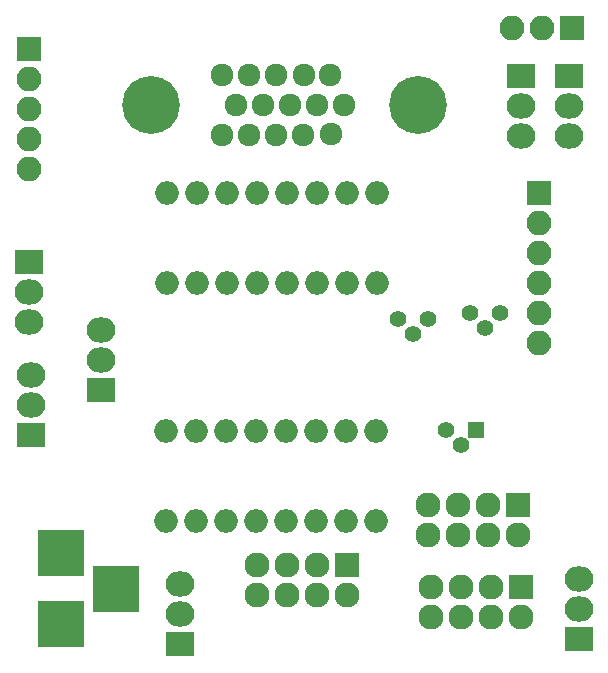
<source format=gbs>
G04 #@! TF.GenerationSoftware,KiCad,Pcbnew,(2017-09-22 revision df472e6)-master*
G04 #@! TF.CreationDate,2018-05-20T18:50:23-07:00*
G04 #@! TF.ProjectId,ody_adap,6F64795F616461702E6B696361645F70,rev?*
G04 #@! TF.SameCoordinates,Original*
G04 #@! TF.FileFunction,Soldermask,Bot*
G04 #@! TF.FilePolarity,Negative*
%FSLAX46Y46*%
G04 Gerber Fmt 4.6, Leading zero omitted, Abs format (unit mm)*
G04 Created by KiCad (PCBNEW (2017-09-22 revision df472e6)-master) date Sun May 20 18:50:23 2018*
%MOMM*%
%LPD*%
G01*
G04 APERTURE LIST*
%ADD10C,4.900000*%
%ADD11C,1.924000*%
%ADD12R,3.900120X3.900120*%
%ADD13O,2.432000X2.127200*%
%ADD14R,2.432000X2.127200*%
%ADD15O,2.127200X2.127200*%
%ADD16R,2.127200X2.127200*%
%ADD17C,1.400760*%
%ADD18O,2.000000X2.000000*%
%ADD19C,1.400000*%
%ADD20R,1.400000X1.400000*%
%ADD21R,2.100000X2.100000*%
%ADD22O,2.100000X2.100000*%
G04 APERTURE END LIST*
D10*
X118787000Y-75795000D03*
X141422000Y-75795000D03*
D11*
X124812000Y-73255000D03*
X127102000Y-73255000D03*
X129392000Y-73255000D03*
X131772000Y-73255000D03*
X133972000Y-73255000D03*
X125957000Y-75795000D03*
X128247000Y-75795000D03*
X130537000Y-75795000D03*
X132827000Y-75795000D03*
X135117000Y-75795000D03*
X124812000Y-78335000D03*
X127102000Y-78335000D03*
X129392000Y-78335000D03*
X131682000Y-78335000D03*
X134002000Y-78325000D03*
D12*
X111150000Y-113799860D03*
X111150000Y-119799340D03*
X115849000Y-116799600D03*
D13*
X150114000Y-78486000D03*
X150114000Y-75946000D03*
D14*
X150114000Y-73406000D03*
X154178000Y-73406000D03*
D13*
X154178000Y-75946000D03*
X154178000Y-78486000D03*
D14*
X121250000Y-121500000D03*
D13*
X121250000Y-118960000D03*
X121250000Y-116420000D03*
X155050000Y-115970000D03*
X155050000Y-118510000D03*
D14*
X155050000Y-121050000D03*
D15*
X142530000Y-119190000D03*
X142530000Y-116650000D03*
X145070000Y-119190000D03*
X145070000Y-116650000D03*
X147610000Y-119190000D03*
X147610000Y-116650000D03*
X150150000Y-119190000D03*
D16*
X150150000Y-116650000D03*
X135382000Y-114808000D03*
D15*
X135382000Y-117348000D03*
X132842000Y-114808000D03*
X132842000Y-117348000D03*
X130302000Y-114808000D03*
X130302000Y-117348000D03*
X127762000Y-114808000D03*
X127762000Y-117348000D03*
D16*
X149860000Y-109728000D03*
D15*
X149860000Y-112268000D03*
X147320000Y-109728000D03*
X147320000Y-112268000D03*
X144780000Y-109728000D03*
X144780000Y-112268000D03*
X142240000Y-109728000D03*
X142240000Y-112268000D03*
D14*
X108450000Y-89150000D03*
D13*
X108450000Y-91690000D03*
X108450000Y-94230000D03*
D14*
X114550000Y-99950000D03*
D13*
X114550000Y-97410000D03*
X114550000Y-94870000D03*
X108600000Y-98670000D03*
X108600000Y-101210000D03*
D14*
X108600000Y-103750000D03*
D17*
X148336000Y-93472000D03*
X145796000Y-93472000D03*
X147066000Y-94742000D03*
X140970000Y-95250000D03*
X139700000Y-93980000D03*
X142240000Y-93980000D03*
D18*
X137900000Y-83300000D03*
X135360000Y-83300000D03*
X132820000Y-83300000D03*
X130280000Y-83300000D03*
X127740000Y-83300000D03*
X125200000Y-83300000D03*
X122660000Y-83300000D03*
X120120000Y-83300000D03*
X120120000Y-90920000D03*
X122660000Y-90920000D03*
X125200000Y-90920000D03*
X127740000Y-90920000D03*
X130280000Y-90920000D03*
X132820000Y-90920000D03*
X135360000Y-90920000D03*
X137900000Y-90920000D03*
X137800000Y-111020000D03*
X135260000Y-111020000D03*
X132720000Y-111020000D03*
X130180000Y-111020000D03*
X127640000Y-111020000D03*
X125100000Y-111020000D03*
X122560000Y-111020000D03*
X120020000Y-111020000D03*
X120020000Y-103400000D03*
X122560000Y-103400000D03*
X125100000Y-103400000D03*
X127640000Y-103400000D03*
X130180000Y-103400000D03*
X132720000Y-103400000D03*
X135260000Y-103400000D03*
X137800000Y-103400000D03*
D19*
X145034000Y-104648000D03*
X143764000Y-103378000D03*
D20*
X146304000Y-103378000D03*
D21*
X151638000Y-83312000D03*
D22*
X151638000Y-85852000D03*
X151638000Y-88392000D03*
X151638000Y-90932000D03*
X151638000Y-93472000D03*
X151638000Y-96012000D03*
D21*
X154432000Y-69342000D03*
D22*
X151892000Y-69342000D03*
X149352000Y-69342000D03*
D21*
X108458000Y-71120000D03*
D22*
X108458000Y-73660000D03*
X108458000Y-76200000D03*
X108458000Y-78740000D03*
X108458000Y-81280000D03*
M02*

</source>
